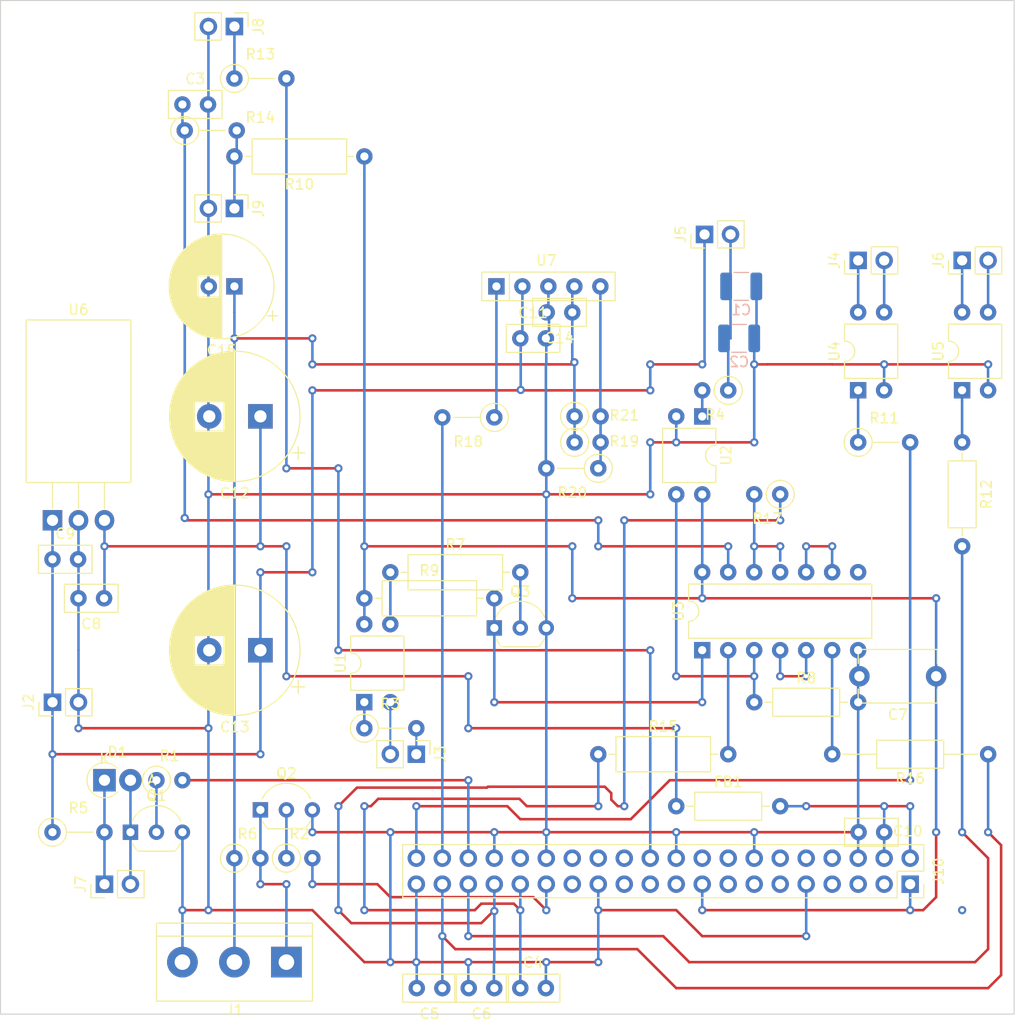
<source format=kicad_pcb>
(kicad_pcb (version 20211014) (generator pcbnew)
  (title_block (title "doorbot"))
  (layers (0 "F.Cu" signal) (31 "B.Cu" signal) (34 "B.Paste" user) (35 "F.Paste" user) (36 "B.SilkS" user "B.Silkscreen") (37 "F.SilkS" user "F.Silkscreen") (38 "B.Mask" user) (39 "F.Mask" user) (44 "Edge.Cuts" user))
  (net 0 "")
  (net 1 "/servo_out")
  (net 2 "+6V")
  (net 3 "GND")
  (net 4 "Net-(R11-Pad1)")
  (net 5 "/pi_key_out")
  (net 6 "Net-(Q1-Pad2)")
  (net 7 "/pi_buzzer")
  (net 8 "Net-(Q2-Pad2)")
  (net 9 "/pi_servo")
  (net 10 "Net-(R3-Pad1)")
  (net 11 "/siedle_led+")
  (net 12 "/ert_switch_2")
  (net 13 "Net-(R4-Pad2)")
  (net 14 "+7.5V")
  (net 15 "/buzzer_1")
  (net 16 "Net-(R7-Pad1)")
  (net 17 "Net-(Q3-Pad2)")
  (net 18 "Net-(R8-Pad1)")
  (net 19 "+3V3")
  (net 20 "Net-(Q3-Pad1)")
  (net 21 "/ui_button_1")
  (net 22 "Net-(R12-Pad1)")
  (net 23 "/pi_ert_out")
  (net 24 "/ui_led+")
  (net 25 "/pi_ui_led")
  (net 26 "/pi_led_input")
  (net 27 "Net-(R15-Pad2)")
  (net 28 "/pi_ert_input")
  (net 29 "Net-(R16-Pad2)")
  (net 30 "/pi_ui_button_input")
  (net 31 "Net-(R17-Pad2)")
  (net 32 "Net-(R18-Pad1)")
  (net 33 "/pi_6v_en")
  (net 34 "Net-(R19-Pad2)")
  (net 35 "/buzzer_2")
  (net 36 "+5V")
  (net 37 "/siedle_led-")
  (net 38 "/siedle_key_2")
  (net 39 "/siedle_key_1")
  (net 40 "/siedle_ert_2")
  (net 41 "/siedle_ert_1")
  (net 42 "Net-(U3-Pad4)")
  (net 63 "Net-(U3-Pad10)")
  (net 65 "Net-(C3-Pad1)")
  (net 66 "Net-(J10-Pad2)")
  (footprint "Capacitor_THT:C_Disc_D5.0mm_W2.5mm_P2.50mm" (layer "F.Cu") (at 187.96 157.48 180)
    (fp_text reference "C6")
    (fp_text value "100n")
  )
  (footprint "Resistor_THT:R_Axial_DIN0207_L6.3mm_D2.5mm_P5.08mm_Vertical" (layer "F.Cu") (at 175.26 132.08)
    (fp_text reference "R3")
    (fp_text value "47K")
  )
  (footprint "Resistor_THT:R_Axial_DIN0207_L6.3mm_D2.5mm_P10.16mm_Horizontal" (layer "F.Cu") (at 205.74 139.7)
    (fp_text reference "FB1")
    (fp_text value "Bead")
  )
  (footprint "Capacitor_THT:C_Disc_D5.0mm_W2.5mm_P2.50mm" (layer "F.Cu") (at 190.5 93.98)
    (fp_text reference "C11")
    (fp_text value "100n")
  )
  (footprint "Resistor_THT:R_Axial_DIN0207_L6.3mm_D2.5mm_P5.08mm_Vertical" (layer "F.Cu") (at 157.705 73.66)
    (fp_text reference "R14")
    (fp_text value "47K")
  )
  (footprint "Capacitor_THT:C_Disc_D5.0mm_W2.5mm_P2.50mm" (layer "F.Cu") (at 195.58 91.44 180)
    (fp_text reference "C14")
    (fp_text value "100n")
  )
  (footprint "Resistor_THT:R_Axial_DIN0207_L6.3mm_D2.5mm_P5.08mm_Vertical" (layer "F.Cu") (at 162.56 68.58)
    (fp_text reference "R13")
    (fp_text value "470")
  )
  (footprint "Resistor_THT:R_Axial_DIN0207_L6.3mm_D2.5mm_P5.08mm_Vertical" (layer "F.Cu") (at 223.52 104.14)
    (fp_text reference "R11")
    (fp_text value "470")
  )
  (footprint "Resistor_THT:R_Axial_DIN0207_L6.3mm_D2.5mm_P2.54mm_Vertical" (layer "F.Cu") (at 154.94 137.16)
    (fp_text reference "R1")
    (fp_text value "470")
  )
  (footprint "Capacitor_THT:C_Disc_D5.0mm_W2.5mm_P2.50mm" (layer "F.Cu") (at 182.88 157.48 180)
    (fp_text reference "C5")
    (fp_text value "100n")
  )
  (footprint "Capacitor_THT:CP_Radial_D10.0mm_P2.50mm" (layer "F.Cu") (at 162.56 88.9 180)
    (fp_text reference "C15")
    (fp_text value "100u")
  )
  (footprint "Resistor_THT:R_Axial_DIN0207_L6.3mm_D2.5mm_P2.54mm_Vertical" (layer "F.Cu") (at 215.9 109.22 180)
    (fp_text reference "R17")
    (fp_text value "1K")
  )
  (footprint "Resistor_THT:R_Axial_DIN0207_L6.3mm_D2.5mm_P2.54mm_Vertical" (layer "F.Cu") (at 167.64 144.78)
    (fp_text reference "R2")
    (fp_text value "4K7")
  )
  (footprint "Capacitor_THT:C_Disc_D7.5mm_W5.0mm_P7.50mm" (layer "F.Cu") (at 231.14 127 180)
    (fp_text reference "C7")
    (fp_text value "100n")
  )
  (footprint "Resistor_THT:R_Axial_DIN0207_L6.3mm_D2.5mm_P10.16mm_Horizontal" (layer "F.Cu") (at 233.68 104.14 -90)
    (fp_text reference "R12")
    (fp_text value "470")
  )
  (footprint "Connector_PinHeader_2.54mm:PinHeader_1x02_P2.54mm_Vertical" (layer "F.Cu") (at 208.505 83.82 90)
    (fp_text reference "J5")
    (fp_text value "ERT SWITCH")
  )
  (footprint "Package_TO_SOT_THT:TO-220-3_Horizontal_TabDown" (layer "F.Cu") (at 144.78 111.76)
    (fp_text reference "U6")
    (fp_text value "L4940")
  )
  (footprint "Capacitor_THT:CP_Radial_D12.5mm_P5.00mm" (layer "F.Cu") (at 165.1 101.6 180)
    (fp_text reference "C12")
    (fp_text value "2200u 10V")
  )
  (footprint "Connector_PinHeader_2.54mm:PinHeader_1x02_P2.54mm_Vertical" (layer "F.Cu") (at 223.52 86.36 90)
    (fp_text reference "J4")
    (fp_text value "SIEDLE KEY")
  )
  (footprint "Connector_PinHeader_2.54mm:PinHeader_1x02_P2.54mm_Vertical" (layer "F.Cu") (at 162.56 63.5 -90)
    (fp_text reference "J8")
    (fp_text value "UI LED")
  )
  (footprint "Connector_PinHeader_2.54mm:PinHeader_1x02_P2.54mm_Vertical" (layer "F.Cu") (at 144.78 129.54 90)
    (fp_text reference "J2")
    (fp_text value "POWER")
  )
  (footprint "Capacitor_THT:C_Disc_D5.0mm_W2.5mm_P2.50mm" (layer "F.Cu") (at 157.48 71.12)
    (fp_text reference "C3")
    (fp_text value "470n")
  )
  (footprint "Package_TO_SOT_THT:TO-92_Inline_Wide" (layer "F.Cu") (at 187.96 122.28)
    (fp_text reference "Q3")
    (fp_text value "BC548")
  )
  (footprint "Resistor_THT:R_Axial_DIN0207_L6.3mm_D2.5mm_P2.54mm_Vertical" (layer "F.Cu") (at 195.805 104.14)
    (fp_text reference "R19")
    (fp_text value "470")
  )
  (footprint "Package_TO_SOT_THT:TO-92_Inline_Wide" (layer "F.Cu") (at 152.4 142.24)
    (fp_text reference "Q1")
    (fp_text value "BC337")
  )
  (footprint "Package_DIP:DIP-14_W7.62mm" (layer "F.Cu") (at 208.275 124.45 90)
    (fp_text reference "U3")
    (fp_text value "74HC14")
  )
  (footprint "Capacitor_THT:C_Disc_D5.0mm_W2.5mm_P2.50mm" (layer "F.Cu") (at 144.78 115.57)
    (fp_text reference "C9")
    (fp_text value "100n")
  )
  (footprint "Capacitor_THT:C_Disc_D5.0mm_W2.5mm_P2.50mm" (layer "F.Cu") (at 190.5 157.48)
    (fp_text reference "C4")
    (fp_text value "100n")
  )
  (footprint "Resistor_THT:R_Axial_DIN0309_L9.0mm_D3.2mm_P12.70mm_Horizontal" (layer "F.Cu") (at 175.26 119.38)
    (fp_text reference "R9")
    (fp_text value "10K")
  )
  (footprint "Resistor_THT:R_Axial_DIN0309_L9.0mm_D3.2mm_P12.70mm_Horizontal" (layer "F.Cu") (at 175.26 76.2 180)
    (fp_text reference "R10")
    (fp_text value "47K")
  )
  (footprint "Package_DIP:DIP-4_W7.62mm" (layer "F.Cu") (at 208.28 101.61 -90)
    (fp_text reference "U2")
    (fp_text value "PC817")
  )
  (footprint "Package_DIP:DIP-4_W7.62mm" (layer "F.Cu") (at 175.255 129.53 90)
    (fp_text reference "U1")
    (fp_text value "PC817")
  )
  (footprint "Resistor_THT:R_Array_SIP5" (layer "F.Cu") (at 188.165 88.9)
    (fp_text reference "U7")
    (fp_text value "MIC29302WT")
  )
  (footprint "Package_TO_SOT_THT:TO-92_Inline_Wide" (layer "F.Cu") (at 165.1 140.06)
    (fp_text reference "Q2")
    (fp_text value "BC548")
  )
  (footprint "Connector_PinHeader_2.54mm:PinHeader_1x02_P2.54mm_Vertical" (layer "F.Cu") (at 180.34 134.62 -90)
    (fp_text reference "J3")
    (fp_text value "SIEDLE LED")
  )
  (footprint "Connector_PinSocket_2.54mm:PinSocket_2x20_P2.54mm_Vertical" (layer "F.Cu") (at 228.6 147.32 -90)
    (fp_text reference "J10")
    (fp_text value "Raspberry_Pi_2_3")
  )
  (footprint "Resistor_THT:R_Axial_DIN0207_L6.3mm_D2.5mm_P2.54mm_Vertical" (layer "F.Cu") (at 210.82 99.06 180)
    (fp_text reference "R4")
    (fp_text value "220")
  )
  (footprint "Resistor_THT:R_Axial_DIN0207_L6.3mm_D2.5mm_P15.24mm_Horizontal" (layer "F.Cu") (at 236.22 134.62 180)
    (fp_text reference "R16")
    (fp_text value "1K")
  )
  (footprint "Capacitor_THT:C_Disc_D5.0mm_W2.5mm_P2.50mm" (layer "F.Cu") (at 149.82 119.38 180)
    (fp_text reference "C8")
    (fp_text value "100n")
  )
  (footprint "Resistor_THT:R_Axial_DIN0207_L6.3mm_D2.5mm_P5.08mm_Vertical" (layer "F.Cu") (at 187.96 101.7025 180)
    (fp_text reference "R18")
    (fp_text value "1K")
  )
  (footprint "Resistor_THT:R_Axial_DIN0207_L6.3mm_D2.5mm_P5.08mm_Vertical" (layer "F.Cu") (at 198.12 106.68 180)
    (fp_text reference "R20")
    (fp_text value "100")
  )
  (footprint "Connector_PinHeader_2.54mm:PinHeader_1x02_P2.54mm_Vertical" (layer "F.Cu") (at 233.68 86.36 90)
    (fp_text reference "J6")
    (fp_text value "ERT SIEDLE")
  )
  (footprint "Resistor_THT:R_Axial_DIN0207_L6.3mm_D2.5mm_P2.54mm_Vertical" (layer "F.Cu") (at 195.805 101.6)
    (fp_text reference "R21")
    (fp_text value "4K7")
  )
  (footprint "Resistor_THT:R_Axial_DIN0207_L6.3mm_D2.5mm_P5.08mm_Vertical" (layer "F.Cu") (at 144.78 142.24)
    (fp_text reference "R5")
    (fp_text value "47R")
  )
  (footprint "TerminalBlock:TerminalBlock_bornier-3_P5.08mm" (layer "F.Cu") (at 167.64 154.94 180)
    (fp_text reference "J1")
    (fp_text value "SERVO")
  )
  (footprint "Capacitor_THT:CP_Radial_D12.5mm_P5.00mm" (layer "F.Cu") (at 165.1 124.46 180)
    (fp_text reference "C13")
    (fp_text value "1000u 16V")
  )
  (footprint "Resistor_THT:R_Axial_DIN0309_L9.0mm_D3.2mm_P12.70mm_Horizontal" (layer "F.Cu") (at 198.12 134.62)
    (fp_text reference "R15")
    (fp_text value "1K")
  )
  (footprint "Resistor_THT:R_Axial_DIN0207_L6.3mm_D2.5mm_P10.16mm_Horizontal" (layer "F.Cu") (at 213.36 129.54)
    (fp_text reference "R8")
    (fp_text value "1K")
  )
  (footprint "Resistor_THT:R_Axial_DIN0207_L6.3mm_D2.5mm_P2.54mm_Vertical" (layer "F.Cu") (at 162.56 144.78)
    (fp_text reference "R6")
    (fp_text value "10K")
  )
  (footprint "Package_DIP:DIP-4_W7.62mm" (layer "F.Cu") (at 233.675 99.05 90)
    (fp_text reference "U5")
    (fp_text value "EPR211A064")
  )
  (footprint "Resistor_THT:R_Axial_DIN0309_L9.0mm_D3.2mm_P12.70mm_Horizontal" (layer "F.Cu") (at 177.8 116.84)
    (fp_text reference "R7")
    (fp_text value "10K")
  )
  (footprint "Capacitor_THT:C_Disc_D5.0mm_W2.5mm_P2.50mm" (layer "F.Cu") (at 226.06 142.24 180)
    (fp_text reference "C10")
    (fp_text value "100n")
  )
  (footprint "Package_DIP:DIP-4_W7.62mm" (layer "F.Cu") (at 223.515 99.05 90)
    (fp_text reference "U4")
    (fp_text value "EPR211A064")
  )
  (footprint "Connector_PinHeader_2.54mm:PinHeader_1x02_P2.54mm_Vertical" (layer "F.Cu") (at 149.86 147.32 90)
    (fp_text reference "J7")
    (fp_text value "BUZZER")
  )
  (footprint "Diode_THT:D_DO-41_SOD81_P2.54mm_Vertical_AnodeUp" (layer "F.Cu") (at 149.86 137.16)
    (fp_text reference "D1")
    (fp_text value "1N4001")
  )
  (footprint "Connector_PinHeader_2.54mm:PinHeader_1x02_P2.54mm_Vertical" (layer "F.Cu") (at 162.56 81.28 -90)
    (fp_text reference "J9")
    (fp_text value "UI BUTTON")
  )
  (footprint "Capacitor_SMD:C_1210_3225Metric" (layer "B.Cu") (at 211.885 93.98)
    (fp_text reference "C2")
    (fp_text value "22u")
  )
  (footprint "Capacitor_SMD:C_1210_3225Metric" (layer "B.Cu") (at 212.09 88.9)
    (fp_text reference "C1")
    (fp_text value "22u")
  )
  (gr_line (start 238.76 160.02) (end 139.7 160.02) (layer "Edge.Cuts") (width 0.1))
  (gr_line (start 139.7 60.96) (end 139.7 67.31) (layer "Edge.Cuts") (width 0.1))
  (gr_line (start 238.76 60.96) (end 238.76 67.31) (layer "Edge.Cuts") (width 0.1))
  (gr_line (start 139.7 60.96) (end 238.76 60.96) (layer "Edge.Cuts") (width 0.1))
  (gr_line (start 238.76 67.31) (end 238.76 160.02) (layer "Edge.Cuts") (width 0.1))
  (gr_line (start 139.7 160.02) (end 139.7 67.31) (layer "Edge.Cuts") (width 0.1))
  (via (at 233.68 149.86) (size 0.8) (drill 0.4) (layers "F.Cu" "B.Cu") (net 0))
  (segment (start 165.1 147.32) (end 167.64 147.32) (width 0.25) (layer "F.Cu") (net 1))
  (via (at 167.64 147.32) (size 0.8) (drill 0.4) (layers "F.Cu" "B.Cu") (net 1))
  (via (at 165.1 147.32) (size 0.8) (drill 0.4) (layers "F.Cu" "B.Cu") (net 1))
  (segment (start 165.1 140.06) (end 165.1 144.78) (width 0.25) (layer "B.Cu") (net 1))
  (segment (start 165.1 144.78) (end 165.1 147.32) (width 0.25) (layer "B.Cu") (net 1))
  (segment (start 167.64 147.32) (end 167.64 154.94) (width 0.25) (layer "B.Cu") (net 1))
  (segment (start 195.58 96.52) (end 195.785 96.315) (width 0.25) (layer "F.Cu") (net 2))
  (segment (start 170.18 96.52) (end 195.58 96.52) (width 0.25) (layer "F.Cu") (net 2))
  (segment (start 162.56 93.98) (end 170.18 93.98) (width 0.25) (layer "F.Cu") (net 2))
  (via (at 170.18 93.98) (size 0.8) (drill 0.4) (layers "F.Cu" "B.Cu") (net 2))
  (via (at 162.56 93.98) (size 0.8) (drill 0.4) (layers "F.Cu" "B.Cu") (net 2))
  (via (at 195.785 96.315) (size 0.8) (drill 0.4) (layers "F.Cu" "B.Cu") (net 2))
  (via (at 170.18 96.52) (size 0.8) (drill 0.4) (layers "F.Cu" "B.Cu") (net 2))
  (segment (start 195.785 101.6825) (end 195.805 101.7025) (width 0.25) (layer "B.Cu") (net 2))
  (segment (start 195.785 96.315) (end 195.785 101.6825) (width 0.25) (layer "B.Cu") (net 2))
  (segment (start 162.56 91.44) (end 162.56 144.78) (width 0.25) (layer "B.Cu") (net 2))
  (segment (start 170.18 93.98) (end 170.18 96.52) (width 0.25) (layer "B.Cu") (net 2))
  (segment (start 195.58 96.11) (end 195.58 91.44) (width 0.25) (layer "B.Cu") (net 2))
  (segment (start 195.785 96.315) (end 195.58 96.11) (width 0.25) (layer "B.Cu") (net 2))
  (segment (start 162.56 144.78) (end 162.56 154.94) (width 0.25) (layer "B.Cu") (net 2))
  (segment (start 195.805 101.7025) (end 195.805 104.2425) (width 0.25) (layer "B.Cu") (net 2))
  (segment (start 195.58 91.44) (end 195.58 89.105) (width 0.25) (layer "B.Cu") (net 2))
  (segment (start 162.56 88.9) (end 162.56 91.44) (width 0.25) (layer "B.Cu") (net 2))
  (segment (start 195.58 89.105) (end 195.785 88.9) (width 0.25) (layer "B.Cu") (net 2))
  (segment (start 203.2 104.14) (end 205.74 104.14) (width 0.25) (layer "F.Cu") (net 3))
  (segment (start 205.74 149.86) (end 208.28 152.4) (width 0.25) (layer "F.Cu") (net 3))
  (segment (start 198.12 149.86) (end 205.74 149.86) (width 0.25) (layer "F.Cu") (net 3))
  (segment (start 208.28 152.4) (end 218.44 152.4) (width 0.25) (layer "F.Cu") (net 3))
  (segment (start 175.26 154.94) (end 177.8 154.94) (width 0.25) (layer "F.Cu") (net 3))
  (segment (start 193.04 154.94) (end 185.42 154.94) (width 0.25) (layer "F.Cu") (net 3))
  (segment (start 193.04 109.22) (end 203.2 109.22) (width 0.25) (layer "F.Cu") (net 3))
  (segment (start 193.04 142.24) (end 205.74 142.24) (width 0.25) (layer "F.Cu") (net 3))
  (segment (start 220.98 96.52) (end 236.22 96.52) (width 0.25) (layer "F.Cu") (net 3))
  (segment (start 185.42 154.94) (end 180.34 154.94) (width 0.25) (layer "F.Cu") (net 3))
  (segment (start 147.32 132.08) (end 160.02 132.08) (width 0.25) (layer "F.Cu") (net 3))
  (segment (start 187.96 142.24) (end 170.18 142.24) (width 0.25) (layer "F.Cu") (net 3))
  (segment (start 193.04 109.22) (end 160.02 109.22) (width 0.25) (layer "F.Cu") (net 3))
  (segment (start 213.36 142.24) (end 223.52 142.24) (width 0.25) (layer "F.Cu") (net 3))
  (segment (start 198.12 154.94) (end 193.04 154.94) (width 0.25) (layer "F.Cu") (net 3))
  (segment (start 160.02 149.86) (end 157.48 149.86) (width 0.25) (layer "F.Cu") (net 3))
  (segment (start 220.975 96.515) (end 214.635 96.515) (width 0.25) (layer "F.Cu") (net 3))
  (segment (start 205.74 142.24) (end 213.36 142.24) (width 0.25) (layer "F.Cu") (net 3))
  (segment (start 160.02 149.86) (end 170.18 149.86) (width 0.25) (layer "F.Cu") (net 3))
  (segment (start 213.36 104.14) (end 205.74 104.14) (width 0.25) (layer "F.Cu") (net 3))
  (segment (start 214.63 96.52) (end 213.36 96.52) (width 0.25) (layer "F.Cu") (net 3))
  (segment (start 187.96 142.24) (end 193.04 142.24) (width 0.25) (layer "F.Cu") (net 3))
  (segment (start 170.18 149.86) (end 175.26 154.94) (width 0.25) (layer "F.Cu") (net 3))
  (segment (start 214.635 96.515) (end 214.63 96.52) (width 0.25) (layer "F.Cu") (net 3))
  (segment (start 220.975 96.515) (end 220.98 96.52) (width 0.25) (layer "F.Cu") (net 3))
  (segment (start 180.34 154.94) (end 177.8 154.94) (width 0.25) (layer "F.Cu") (net 3))
  (via (at 187.96 142.24) (size 0.8) (drill 0.4) (layers "F.Cu" "B.Cu") (net 3))
  (via (at 198.12 149.86) (size 0.8) (drill 0.4) (layers "F.Cu" "B.Cu") (net 3))
  (via (at 180.34 154.94) (size 0.8) (drill 0.4) (layers "F.Cu" "B.Cu") (net 3))
  (via (at 203.2 109.22) (size 0.8) (drill 0.4) (layers "F.Cu" "B.Cu") (net 3))
  (via (at 226.06 96.52) (size 0.8) (drill 0.4) (layers "F.Cu" "B.Cu") (net 3))
  (via (at 193.04 142.24) (size 0.8) (drill 0.4) (layers "F.Cu" "B.Cu") (net 3))
  (via (at 205.74 142.24) (size 0.8) (drill 0.4) (layers "F.Cu" "B.Cu") (net 3))
  (via (at 177.8 142.24) (size 0.8) (drill 0.4) (layers "F.Cu" "B.Cu") (net 3))
  (via (at 205.74 104.14) (size 0.8) (drill 0.4) (layers "F.Cu" "B.Cu") (net 3))
  (via (at 193.04 154.94) (size 0.8) (drill 0.4) (layers "F.Cu" "B.Cu") (net 3))
  (via (at 198.12 154.94) (size 0.8) (drill 0.4) (layers "F.Cu" "B.Cu") (net 3))
  (via (at 185.42 154.94) (size 0.8) (drill 0.4) (layers "F.Cu" "B.Cu") (net 3))
  (via (at 157.48 149.86) (size 0.8) (drill 0.4) (layers "F.Cu" "B.Cu") (net 3))
  (via (at 213.36 142.24) (size 0.8) (drill 0.4) (layers "F.Cu" "B.Cu") (net 3))
  (via (at 223.52 142.24) (size 0.8) (drill 0.4) (layers "F.Cu" "B.Cu") (net 3))
  (via (at 236.22 96.52) (size 0.8) (drill 0.4) (layers "F.Cu" "B.Cu") (net 3))
  (via (at 160.02 132.08) (size 0.8) (drill 0.4) (layers "F.Cu" "B.Cu") (net 3))
  (via (at 160.02 149.86) (size 0.8) (drill 0.4) (layers "F.Cu" "B.Cu") (net 3))
  (via (at 170.18 142.24) (size 0.8) (drill 0.4) (layers "F.Cu" "B.Cu") (net 3))
  (via (at 147.32 132.08) (size 0.8) (drill 0.4) (layers "F.Cu" "B.Cu") (net 3))
  (via (at 218.44 152.4) (size 0.8) (drill 0.4) (layers "F.Cu" "B.Cu") (net 3))
  (via (at 193.04 109.22) (size 0.8) (drill 0.4) (layers "F.Cu" "B.Cu") (net 3))
  (via (at 160.02 109.22) (size 0.8) (drill 0.4) (layers "F.Cu" "B.Cu") (net 3))
  (via (at 213.36 104.14) (size 0.8) (drill 0.4) (layers "F.Cu" "B.Cu") (net 3))
  (via (at 177.8 154.94) (size 0.8) (drill 0.4) (layers "F.Cu" "B.Cu") (net 3))
  (via (at 203.2 104.14) (size 0.8) (drill 0.4) (layers "F.Cu" "B.Cu") (net 3))
  (via (at 213.36 96.52) (size 0.8) (drill 0.4) (layers "F.Cu" "B.Cu") (net 3))
  (segment (start 193 106.64) (end 193.04 106.68) (width 0.25) (layer "B.Cu") (net 3))
  (segment (start 160.02 132.08) (end 160.02 149.86) (width 0.25) (layer "B.Cu") (net 3))
  (segment (start 193.305 93.715) (end 193.04 93.98) (width 0.25) (layer "B.Cu") (net 3))
  (segment (start 218.44 147.32) (end 218.44 152.4) (width 0.25) (layer "B.Cu") (net 3))
  (segment (start 147.32 124.46) (end 147.32 132.08) (width 0.25) (layer "B.Cu") (net 3))
  (segment (start 223.515 124.45) (end 223.515 129.535) (width 0.25) (layer "B.Cu") (net 3))
  (segment (start 223.52 129.54) (end 223.52 144.78) (width 0.25) (layer "B.Cu") (net 3))
  (segment (start 180.34 154.94) (end 180.38 154.98) (width 0.25) (layer "B.Cu") (net 3))
  (segment (start 160.02 63.5) (end 160.02 132.08) (width 0.25) (layer "B.Cu") (net 3))
  (segment (start 187.96 144.78) (end 187.96 142.24) (width 0.25) (layer "B.Cu") (net 3))
  (segment (start 193.305 91.44) (end 193.305 93.715) (width 0.25) (layer "B.Cu") (net 3))
  (segment (start 205.74 101.61) (end 205.74 104.14) (width 0.25) (layer "B.Cu") (net 3))
  (segment (start 180.34 154.94) (end 180.34 147.32) (width 0.25) (layer "B.Cu") (net 3))
  (segment (start 198.12 147.32) (end 198.12 149.86) (width 0.25) (layer "B.Cu") (net 3))
  (segment (start 185.42 157.48) (end 185.42 154.94) (width 0.25) (layer "B.Cu") (net 3))
  (segment (start 213.36 93.98) (end 213.585 93.98) (width 0.25) (layer "B.Cu") (net 3))
  (segment (start 193.04 144.78) (end 193.04 142.24) (width 0.25) (layer "B.Cu") (net 3))
  (segment (start 203.2 109.22) (end 203.2 104.14) (width 0.25) (layer "B.Cu") (net 3))
  (segment (start 193.04 93.98) (end 193.04 96.52) (width 0.25) (layer "B.Cu") (net 3))
  (segment (start 177.8 142.24) (end 177.8 149.86) (width 0.25) (layer "B.Cu") (net 3))
  (segment (start 193 96.52) (end 193 106.64) (width 0.25) (layer "B.Cu") (net 3))
  (segment (start 157.48 149.86) (end 157.48 154.94) (width 0.25) (layer "B.Cu") (net 3))
  (segment (start 180.38 154.98) (end 180.38 157.48) (width 0.25) (layer "B.Cu") (net 3))
  (segment (start 193.245 91.38) (end 193.305 91.44) (width 0.25) (layer "B.Cu") (net 3))
  (segment (start 213.585 93.98) (end 213.585 90.17) (width 0.25) (layer "B.Cu") (net 3))
  (segment (start 226.055 99.05) (end 226.055 96.525) (width 0.25) (layer "B.Cu") (net 3))
  (segment (start 236.215 96.525) (end 236.22 96.52) (width 0.25) (layer "B.Cu") (net 3))
  (segment (start 193.245 88.9) (end 193.245 91.38) (width 0.25) (layer "B.Cu") (net 3))
  (segment (start 193.04 106.68) (end 193.04 122.28) (width 0.25) (layer "B.Cu") (net 3))
  (segment (start 170.18 142.24) (end 170.18 140.06) (width 0.25) (layer "B.Cu") (net 3))
  (segment (start 226.055 96.525) (end 226.06 96.52) (width 0.25) (layer "B.Cu") (net 3))
  (segment (start 193.04 96.52) (end 193 96.52) (width 0.25) (layer "B.Cu") (net 3))
  (segment (start 198.12 154.94) (end 198.12 149.86) (width 0.25) (layer "B.Cu") (net 3))
  (segment (start 157.48 142.24) (end 157.48 149.86) (width 0.25) (layer "B.Cu") (net 3))
  (segment (start 193.04 122.28) (end 193.04 142.24) (width 0.25) (layer "B.Cu") (net 3))
  (segment (start 147.32 111.76) (end 147.32 124.46) (width 0.25) (layer "B.Cu") (net 3))
  (segment (start 193 154.98) (end 193.04 154.94) (width 0.25) (layer "B.Cu") (net 3))
  (segment (start 213.36 104.14) (end 213.36 93.98) (width 0.25) (layer "B.Cu") (net 3))
  (segment (start 193 157.48) (end 193 154.98) (width 0.25) (layer "B.Cu") (net 3))
  (segment (start 205.74 144.78) (end 205.74 142.24) (width 0.25) (layer "B.Cu") (net 3))
  (segment (start 236.215 99.05) (end 236.215 96.525) (width 0.25) (layer "B.Cu") (net 3))
  (segment (start 213.36 144.78) (end 213.36 142.24) (width 0.25) (layer "B.Cu") (net 3))
  (segment (start 177.8 149.86) (end 177.8 154.94) (width 0.25) (layer "B.Cu") (net 3))
  (segment (start 223.515 129.535) (end 223.52 129.54) (width 0.25) (layer "B.Cu") (net 3))
  (segment (start 223.515 99.05) (end 223.515 104.135) (width 0.25) (layer "B.Cu") (net 4))
  (segment (start 223.515 104.135) (end 223.52 104.14) (width 0.25) (layer "B.Cu") (net 4))
  (segment (start 189.23 139.7) (end 180.34 139.7) (width 0.25) (layer "F.Cu") (net 5))
  (segment (start 205.105 137.16) (end 201.295 140.97) (width 0.25) (layer "F.Cu") (net 5))
  (segment (start 201.295 140.97) (end 190.5 140.97) (width 0.25) (layer "F.Cu") (net 5))
  (segment (start 228.6 137.16) (end 205.105 137.16) (width 0.25) (layer "F.Cu") (net 5))
  (segment (start 190.5 140.97) (end 189.23 139.7) (width 0.25) (layer "F.Cu") (net 5))
  (via (at 228.6 137.16) (size 0.8) (drill 0.4) (layers "F.Cu" "B.Cu") (net 5))
  (via (at 180.34 139.7) (size 0.8) (drill 0.4) (layers "F.Cu" "B.Cu") (net 5))
  (segment (start 180.34 144.78) (end 180.34 139.7) (width 0.25) (layer "B.Cu") (net 5))
  (segment (start 228.6 104.14) (end 228.6 137.16) (width 0.25) (layer "B.Cu") (net 5))
  (segment (start 154.94 137.16) (end 154.94 142.24) (width 0.25) (layer "B.Cu") (net 6))
  (segment (start 157.48 137.16) (end 185.42 137.16) (width 0.25) (layer "F.Cu") (net 7))
  (via (at 185.42 137.16) (size 0.8) (drill 0.4) (layers "F.Cu" "B.Cu") (net 7))
  (segment (start 185.42 137.16) (end 185.42 144.78) (width 0.25) (layer "B.Cu") (net 7))
  (segment (start 167.64 140.06) (end 167.64 144.78) (width 0.25) (layer "B.Cu") (net 8))
  (segment (start 177.8 148.59) (end 191.77 148.59) (width 0.25) (layer "F.Cu") (net 9))
  (segment (start 170.18 147.32) (end 176.53 147.32) (width 0.25) (layer "F.Cu") (net 9))
  (segment (start 191.77 148.59) (end 193.04 149.86) (width 0.25) (layer "F.Cu") (net 9))
  (segment (start 176.53 147.32) (end 177.8 148.59) (width 0.25) (layer "F.Cu") (net 9))
  (via (at 193.04 149.86) (size 0.8) (drill 0.4) (layers "F.Cu" "B.Cu") (net 9))
  (via (at 170.18 147.32) (size 0.8) (drill 0.4) (layers "F.Cu" "B.Cu") (net 9))
  (segment (start 193.04 147.32) (end 193.04 149.86) (width 0.25) (layer "B.Cu") (net 9))
  (segment (start 170.18 144.78) (end 170.18 147.32) (width 0.25) (layer "B.Cu") (net 9))
  (segment (start 175.255 132.075) (end 175.26 132.08) (width 0.25) (layer "B.Cu") (net 10))
  (segment (start 175.255 129.53) (end 175.255 132.075) (width 0.25) (layer "B.Cu") (net 10))
  (segment (start 180.34 132.08) (end 180.34 134.62) (width 0.2) (layer "B.Cu") (net 11))
  (segment (start 211.045 93.98) (end 210.84 93.98) (width 0.25) (layer "B.Cu") (net 12))
  (segment (start 210.84 93.98) (end 210.82 94) (width 0.25) (layer "B.Cu") (net 12))
  (segment (start 210.82 94) (end 210.82 99.06) (width 0.25) (layer "B.Cu") (net 12))
  (segment (start 211.045 90.17) (end 211.045 93.98) (width 0.25) (layer "B.Cu") (net 12))
  (segment (start 211.045 83.82) (end 211.045 90.17) (width 0.25) (layer "B.Cu") (net 12))
  (segment (start 208.28 99.06) (end 208.28 101.61) (width 0.25) (layer "B.Cu") (net 13))
  (segment (start 165.1 116.84) (end 170.18 116.84) (width 0.25) (layer "F.Cu") (net 14))
  (segment (start 170.18 99.06) (end 190.5 99.06) (width 0.25) (layer "F.Cu") (net 14))
  (segment (start 190.58 99.06) (end 203.2 99.06) (width 0.25) (layer "F.Cu") (net 14))
  (segment (start 190.54 99.02) (end 190.58 99.06) (width 0.25) (layer "F.Cu") (net 14))
  (segment (start 190.5 99.06) (end 190.54 99.02) (width 0.25) (layer "F.Cu") (net 14))
  (segment (start 203.2 96.52) (end 208.28 96.52) (width 0.25) (layer "F.Cu") (net 14))
  (segment (start 144.78 134.62) (end 165.1 134.62) (width 0.25) (layer "F.Cu") (net 14))
  (via (at 203.2 99.06) (size 0.8) (drill 0.4) (layers "F.Cu" "B.Cu") (net 14))
  (via (at 165.1 116.84) (size 0.8) (drill 0.4) (layers "F.Cu" "B.Cu") (net 14))
  (via (at 144.78 134.62) (size 0.8) (drill 0.4) (layers "F.Cu" "B.Cu") (net 14))
  (via (at 190.54 99.02) (size 0.8) (drill 0.4) (layers "F.Cu" "B.Cu") (net 14))
  (via (at 165.1 134.62) (size 0.8) (drill 0.4) (layers "F.Cu" "B.Cu") (net 14))
  (via (at 170.18 99.06) (size 0.8) (drill 0.4) (layers "F.Cu" "B.Cu") (net 14))
  (via (at 208.28 96.52) (size 0.8) (drill 0.4) (layers "F.Cu" "B.Cu") (net 14))
  (via (at 170.18 116.84) (size 0.8) (drill 0.4) (layers "F.Cu" "B.Cu") (net 14))
  (via (at 203.2 96.52) (size 0.8) (drill 0.4) (layers "F.Cu" "B.Cu") (net 14))
  (segment (start 170.18 116.84) (end 170.18 99.06) (width 0.25) (layer "B.Cu") (net 14))
  (segment (start 190.705 93.815) (end 190.54 93.98) (width 0.25) (layer "B.Cu") (net 14))
  (segment (start 190.705 88.9) (end 190.705 93.815) (width 0.25) (layer "B.Cu") (net 14))
  (segment (start 165.1 134.62) (end 165.1 124.46) (width 0.25) (layer "B.Cu") (net 14))
  (segment (start 190.54 93.98) (end 190.54 99.02) (width 0.25) (layer "B.Cu") (net 14))
  (segment (start 144.78 129.54) (end 144.78 142.24) (width 0.25) (layer "B.Cu") (net 14))
  (segment (start 165.1 124.46) (end 165.1 116.84) (width 0.25) (layer "B.Cu") (net 14))
  (segment (start 203.2 99.06) (end 203.2 96.52) (width 0.25) (layer "B.Cu") (net 14))
  (segment (start 208.505 96.295) (end 208.28 96.52) (width 0.25) (layer "B.Cu") (net 14))
  (segment (start 144.78 111.76) (end 144.78 116.84) (width 0.25) (layer "B.Cu") (net 14))
  (segment (start 208.505 83.82) (end 208.505 96.295) (width 0.25) (layer "B.Cu") (net 14))
  (segment (start 144.78 116.84) (end 144.78 129.54) (width 0.25) (layer "B.Cu") (net 14))
  (segment (start 149.86 142.24) (end 149.86 147.32) (width 0.25) (layer "B.Cu") (net 15))
  (segment (start 149.86 137.16) (end 149.86 142.24) (width 0.25) (layer "B.Cu") (net 15))
  (segment (start 177.8 121.905) (end 177.795 121.91) (width 0.25) (layer "B.Cu") (net 16))
  (segment (start 177.8 116.84) (end 177.8 121.905) (width 0.25) (layer "B.Cu") (net 16))
  (segment (start 190.5 122.28) (end 190.5 116.84) (width 0.25) (layer "B.Cu") (net 17))
  (segment (start 213.36 127) (end 213.355 126.995) (width 0.25) (layer "F.Cu") (net 18))
  (segment (start 205.74 127) (end 213.36 127) (width 0.25) (layer "F.Cu") (net 18))
  (via (at 205.74 127) (size 0.8) (drill 0.4) (layers "F.Cu" "B.Cu") (net 18))
  (via (at 213.355 126.995) (size 0.8) (drill 0.4) (layers "F.Cu" "B.Cu") (net 18))
  (segment (start 213.355 126.995) (end 213.355 129.535) (width 0.25) (layer "B.Cu") (net 18))
  (segment (start 213.355 129.535) (end 213.36 129.54) (width 0.25) (layer "B.Cu") (net 18))
  (segment (start 213.355 124.45) (end 213.355 126.995) (width 0.25) (layer "B.Cu") (net 18))
  (segment (start 205.74 109.23) (end 205.74 127) (width 0.25) (layer "B.Cu") (net 18))
  (segment (start 175.26 114.3) (end 195.58 114.3) (width 0.25) (layer "F.Cu") (net 19))
  (segment (start 231.14 119.38) (end 208.28 119.38) (width 0.25) (layer "F.Cu") (net 19))
  (segment (start 229.87 149.86) (end 228.6 149.86) (width 0.25) (layer "F.Cu") (net 19))
  (segment (start 195.58 119.38) (end 208.28 119.38) (width 0.25) (layer "F.Cu") (net 19))
  (segment (start 231.14 142.24) (end 231.14 148.59) (width 0.25) (layer "F.Cu") (net 19))
  (segment (start 231.14 148.59) (end 229.87 149.86) (width 0.25) (layer "F.Cu") (net 19))
  (segment (start 208.28 149.86) (end 228.6 149.86) (width 0.25) (layer "F.Cu") (net 19))
  (via (at 195.58 114.3) (size 0.8) (drill 0.4) (layers "F.Cu" "B.Cu") (net 19))
  (via (at 231.14 119.38) (size 0.8) (drill 0.4) (layers "F.Cu" "B.Cu") (net 19))
  (via (at 231.14 142.24) (size 0.8) (drill 0.4) (layers "F.Cu" "B.Cu") (net 19))
  (via (at 208.28 149.86) (size 0.8) (drill 0.4) (layers "F.Cu" "B.Cu") (net 19))
  (via (at 228.6 149.86) (size 0.8) (drill 0.4) (layers "F.Cu" "B.Cu") (net 19))
  (via (at 175.26 114.3) (size 0.8) (drill 0.4) (layers "F.Cu" "B.Cu") (net 19))
  (via (at 208.28 119.38) (size 0.8) (drill 0.4) (layers "F.Cu" "B.Cu") (net 19))
  (via (at 195.58 119.38) (size 0.8) (drill 0.4) (layers "F.Cu" "B.Cu") (net 19))
  (segment (start 175.26 76.2) (end 175.26 119.38) (width 0.25) (layer "B.Cu") (net 19))
  (segment (start 228.6 147.32) (end 228.6 149.86) (width 0.25) (layer "B.Cu") (net 19))
  (segment (start 208.28 119.38) (end 208.275 119.375) (width 0.25) (layer "B.Cu") (net 19))
  (segment (start 195.58 114.3) (end 195.58 119.38) (width 0.25) (layer "B.Cu") (net 19))
  (segment (start 208.275 119.375) (end 208.275 116.83) (width 0.25) (layer "B.Cu") (net 19))
  (segment (start 208.28 116.825) (end 208.275 116.83) (width 0.25) (layer "B.Cu") (net 19))
  (segment (start 175.26 119.38) (end 175.26 121.905) (width 0.25) (layer "B.Cu") (net 19))
  (segment (start 175.26 121.905) (end 175.255 121.91) (width 0.25) (layer "B.Cu") (net 19))
  (segment (start 208.28 109.23) (end 208.28 116.825) (width 0.25) (layer "B.Cu") (net 19))
  (segment (start 231.14 119.38) (end 231.14 142.24) (width 0.25) (layer "B.Cu") (net 19))
  (segment (start 208.28 147.32) (end 208.28 149.86) (width 0.25) (layer "B.Cu") (net 19))
  (segment (start 208.275 129.535) (end 208.27 129.54) (width 0.25) (layer "F.Cu") (net 20))
  (segment (start 208.27 129.54) (end 187.96 129.54) (width 0.25) (layer "F.Cu") (net 20))
  (via (at 187.96 129.54) (size 0.8) (drill 0.4) (layers "F.Cu" "B.Cu") (net 20))
  (via (at 208.275 129.535) (size 0.8) (drill 0.4) (layers "F.Cu" "B.Cu") (net 20))
  (segment (start 187.96 122.28) (end 187.96 119.38) (width 0.25) (layer "B.Cu") (net 20))
  (segment (start 208.275 124.45) (end 208.275 129.535) (width 0.25) (layer "B.Cu") (net 20))
  (segment (start 187.96 129.54) (end 187.96 122.28) (width 0.25) (layer "B.Cu") (net 20))
  (segment (start 162.56 81.28) (end 162.56 76.2) (width 0.25) (layer "B.Cu") (net 21))
  (segment (start 162.785 73.66) (end 162.785 75.975) (width 0.25) (layer "B.Cu") (net 21))
  (segment (start 162.785 75.975) (end 162.56 76.2) (width 0.25) (layer "B.Cu") (net 21))
  (segment (start 233.675 99.05) (end 233.675 104.135) (width 0.25) (layer "B.Cu") (net 22))
  (segment (start 233.675 104.135) (end 233.68 104.14) (width 0.25) (layer "B.Cu") (net 22))
  (segment (start 204.47 152.4) (end 185.42 152.4) (width 0.25) (layer "F.Cu") (net 23))
  (segment (start 234.95 154.94) (end 207.01 154.94) (width 0.25) (layer "F.Cu") (net 23))
  (segment (start 233.68 142.24) (end 236.22 144.78) (width 0.25) (layer "F.Cu") (net 23))
  (segment (start 236.22 144.78) (end 236.22 153.67) (width 0.25) (layer "F.Cu") (net 23))
  (segment (start 236.22 153.67) (end 234.95 154.94) (width 0.25) (layer "F.Cu") (net 23))
  (segment (start 207.01 154.94) (end 204.47 152.4) (width 0.25) (layer "F.Cu") (net 23))
  (via (at 233.68 142.24) (size 0.8) (drill 0.4) (layers "F.Cu" "B.Cu") (net 23))
  (via (at 185.42 152.4) (size 0.8) (drill 0.4) (layers "F.Cu" "B.Cu") (net 23))
  (segment (start 185.42 152.4) (end 185.42 147.32) (width 0.25) (layer "B.Cu") (net 23))
  (segment (start 233.68 114.3) (end 233.68 142.24) (width 0.25) (layer "B.Cu") (net 23))
  (segment (start 162.56 63.5) (end 162.56 68.58) (width 0.25) (layer "B.Cu") (net 24))
  (segment (start 172.72 106.68) (end 167.64 106.68) (width 0.25) (layer "F.Cu") (net 25))
  (segment (start 172.72 124.46) (end 203.2 124.46) (width 0.25) (layer "F.Cu") (net 25))
  (via (at 172.72 124.46) (size 0.8) (drill 0.4) (layers "F.Cu" "B.Cu") (net 25))
  (via (at 172.72 106.68) (size 0.8) (drill 0.4) (layers "F.Cu" "B.Cu") (net 25))
  (via (at 167.64 106.68) (size 0.8) (drill 0.4) (layers "F.Cu" "B.Cu") (net 25))
  (via (at 203.2 124.46) (size 0.8) (drill 0.4) (layers "F.Cu" "B.Cu") (net 25))
  (segment (start 167.64 106.68) (end 167.64 68.58) (width 0.25) (layer "B.Cu") (net 25))
  (segment (start 203.2 144.78) (end 203.2 124.46) (width 0.25) (layer "B.Cu") (net 25))
  (segment (start 172.72 106.68) (end 172.72 124.46) (width 0.25) (layer "B.Cu") (net 25))
  (segment (start 186.69 149.225) (end 186.055 149.86) (width 0.25) (layer "F.Cu") (net 26))
  (segment (start 176.619511 138.975489) (end 175.895 139.7) (width 0.25) (layer "F.Cu") (net 26))
  (segment (start 176.619511 138.975489) (end 180.34 138.975489) (width 0.25) (layer "F.Cu") (net 26))
  (segment (start 189.865 149.225) (end 186.69 149.225) (width 0.25) (layer "F.Cu") (net 26))
  (segment (start 177.889511 138.975489) (end 190.410489 138.975489) (width 0.25) (layer "F.Cu") (net 26))
  (segment (start 175.895 139.7) (end 175.26 139.7) (width 0.25) (layer "F.Cu") (net 26))
  (segment (start 186.055 149.86) (end 175.26 149.86) (width 0.25) (layer "F.Cu") (net 26))
  (segment (start 190.410489 138.975489) (end 191.135 139.7) (width 0.25) (layer "F.Cu") (net 26))
  (segment (start 191.135 139.7) (end 198.12 139.7) (width 0.25) (layer "F.Cu") (net 26))
  (segment (start 190.5 149.86) (end 189.865 149.225) (width 0.25) (layer "F.Cu") (net 26))
  (via (at 190.5 149.86) (size 0.8) (drill 0.4) (layers "F.Cu" "B.Cu") (net 26))
  (via (at 198.12 139.7) (size 0.8) (drill 0.4) (layers "F.Cu" "B.Cu") (net 26))
  (via (at 175.26 139.7) (size 0.8) (drill 0.4) (layers "F.Cu" "B.Cu") (net 26))
  (via (at 175.26 149.86) (size 0.8) (drill 0.4) (layers "F.Cu" "B.Cu") (net 26))
  (segment (start 175.26 139.7) (end 175.26 149.86) (width 0.25) (layer "B.Cu") (net 26))
  (segment (start 190.5 149.86) (end 190.5 157.48) (width 0.25) (layer "B.Cu") (net 26))
  (segment (start 190.5 147.32) (end 190.5 149.86) (width 0.25) (layer "B.Cu") (net 26))
  (segment (start 198.12 134.62) (end 198.12 139.7) (width 0.25) (layer "B.Cu") (net 26))
  (segment (start 210.815 134.615) (end 210.82 134.62) (width 0.25) (layer "B.Cu") (net 27))
  (segment (start 210.815 124.45) (end 210.815 134.615) (width 0.25) (layer "B.Cu") (net 27))
  (segment (start 236.22 142.24) (end 237.49 143.51) (width 0.25) (layer "F.Cu") (net 28))
  (segment (start 236.22 157.48) (end 205.74 157.48) (width 0.25) (layer "F.Cu") (net 28))
  (segment (start 205.74 157.48) (end 201.93 153.67) (width 0.25) (layer "F.Cu") (net 28))
  (segment (start 201.93 153.67) (end 184.15 153.67) (width 0.25) (layer "F.Cu") (net 28))
  (segment (start 237.49 143.51) (end 237.49 156.21) (width 0.25) (layer "F.Cu") (net 28))
  (segment (start 184.15 153.67) (end 182.88 152.4) (width 0.25) (layer "F.Cu") (net 28))
  (segment (start 237.49 156.21) (end 236.22 157.48) (width 0.25) (layer "F.Cu") (net 28))
  (via (at 182.88 152.4) (size 0.8) (drill 0.4) (layers "F.Cu" "B.Cu") (net 28))
  (via (at 236.22 142.24) (size 0.8) (drill 0.4) (layers "F.Cu" "B.Cu") (net 28))
  (segment (start 236.22 134.62) (end 236.22 142.24) (width 0.25) (layer "B.Cu") (net 28))
  (segment (start 182.88 147.32) (end 182.88 157.48) (width 0.25) (layer "B.Cu") (net 28))
  (segment (start 220.975 134.615) (end 220.98 134.62) (width 0.25) (layer "B.Cu") (net 29))
  (segment (start 220.975 124.45) (end 220.975 134.615) (width 0.25) (layer "B.Cu") (net 29))
  (segment (start 200.66 111.76) (end 215.9 111.76) (width 0.25) (layer "F.Cu") (net 30))
  (segment (start 198.755 137.795) (end 187.325 137.795) (width 0.25) (layer "F.Cu") (net 30))
  (segment (start 199.39 138.43) (end 198.755 137.795) (width 0.25) (layer "F.Cu") (net 30))
  (segment (start 186.69 151.13) (end 187.96 149.86) (width 0.25) (layer "F.Cu") (net 30))
  (segment (start 187.325 137.795) (end 187.235489 137.884511) (width 0.25) (layer "F.Cu") (net 30))
  (segment (start 173.99 151.13) (end 186.69 151.13) (width 0.25) (layer "F.Cu") (net 30))
  (segment (start 187.235489 137.884511) (end 174.535489 137.884511) (width 0.25) (layer "F.Cu") (net 30))
  (segment (start 174.535489 137.884511) (end 172.72 139.7) (width 0.25) (layer "F.Cu") (net 30))
  (segment (start 187.96 149.86) (end 187.96 149.9495) (width 0.25) (layer "F.Cu") (net 30))
  (segment (start 199.39 139.065) (end 199.39 138.43) (width 0.25) (layer "F.Cu") (net 30))
  (segment (start 200.66 139.7) (end 200.025 139.7) (width 0.25) (layer "F.Cu") (net 30))
  (segment (start 173.99 151.13) (end 172.72 149.86) (width 0.25) (layer "F.Cu") (net 30))
  (segment (start 200.025 139.7) (end 199.39 139.065) (width 0.25) (layer "F.Cu") (net 30))
  (via (at 200.66 111.76) (size 0.8) (drill 0.4) (layers "F.Cu" "B.Cu") (net 30))
  (via (at 215.9 111.76) (size 0.8) (drill 0.4) (layers "F.Cu" "B.Cu") (net 30))
  (via (at 200.66 139.7) (size 0.8) (drill 0.4) (layers "F.Cu" "B.Cu") (net 30))
  (via (at 172.72 149.86) (size 0.8) (drill 0.4) (layers "F.Cu" "B.Cu") (net 30))
  (via (at 187.96 149.9495) (size 0.8) (drill 0.4) (layers "F.Cu" "B.Cu") (net 30))
  (via (at 172.72 139.7) (size 0.8) (drill 0.4) (layers "F.Cu" "B.Cu") (net 30))
  (segment (start 172.72 139.7) (end 172.72 149.86) (width 0.25) (layer "B.Cu") (net 30))
  (segment (start 187.92 155) (end 187.92 157.48) (width 0.25) (layer "B.Cu") (net 30))
  (segment (start 187.96 154.96) (end 187.92 155) (width 0.25) (layer "B.Cu") (net 30))
  (segment (start 187.96 147.32) (end 187.96 154.96) (width 0.25) (layer "B.Cu") (net 30))
  (segment (start 200.66 111.76) (end 200.66 139.7) (width 0.25) (layer "B.Cu") (net 30))
  (segment (start 215.9 111.76) (end 215.9 109.22) (width 0.25) (layer "B.Cu") (net 30))
  (segment (start 213.36 114.3) (end 215.9 114.3) (width 0.25) (layer "F.Cu") (net 31))
  (via (at 215.9 114.3) (size 0.8) (drill 0.4) (layers "F.Cu" "B.Cu") (net 31))
  (via (at 213.36 114.3) (size 0.8) (drill 0.4) (layers "F.Cu" "B.Cu") (net 31))
  (segment (start 215.9 114.3) (end 215.9 115.705489) (width 0.25) (layer "B.Cu") (net 31))
  (segment (start 213.36 109.22) (end 213.36 116.825) (width 0.25) (layer "B.Cu") (net 31))
  (segment (start 213.36 116.825) (end 213.355 116.83) (width 0.25) (layer "B.Cu") (net 31))
  (segment (start 188.165 88.9) (end 188.165 101.4975) (width 0.25) (layer "B.Cu") (net 32))
  (segment (start 188.165 101.4975) (end 187.96 101.7025) (width 0.25) (layer "B.Cu") (net 32))
  (segment (start 182.88 101.7025) (end 182.88 144.78) (width 0.25) (layer "B.Cu") (net 33))
  (segment (start 198.325 101.58) (end 198.345 101.6) (width 0.25) (layer "B.Cu") (net 34))
  (segment (start 198.345 101.6) (end 198.345 104.14) (width 0.25) (layer "B.Cu") (net 34))
  (segment (start 198.345 104.14) (end 198.345 106.455) (width 0.25) (layer "B.Cu") (net 34))
  (segment (start 198.325 88.9) (end 198.325 101.58) (width 0.25) (layer "B.Cu") (net 34))
  (segment (start 198.345 106.455) (end 198.12 106.68) (width 0.25) (layer "B.Cu") (net 34))
  (segment (start 152.4 142.24) (end 152.4 147.32) (width 0.25) (layer "B.Cu") (net 35))
  (segment (start 152.4 137.16) (end 152.4 142.24) (width 0.25) (layer "B.Cu") (net 35))
  (segment (start 165.1 114.3) (end 167.64 114.3) (width 0.25) (layer "F.Cu") (net 36))
  (segment (start 167.64 127) (end 185.42 127) (width 0.25) (layer "F.Cu") (net 36))
  (segment (start 205.74 132.08) (end 185.42 132.08) (width 0.25) (layer "F.Cu") (net 36))
  (segment (start 149.86 114.3) (end 165.1 114.3) (width 0.25) (layer "F.Cu") (net 36))
  (via (at 167.64 114.3) (size 0.8) (drill 0.4) (layers "F.Cu" "B.Cu") (net 36))
  (via (at 165.1 114.3) (size 0.8) (drill 0.4) (layers "F.Cu" "B.Cu") (net 36))
  (via (at 149.86 114.3) (size 0.8) (drill 0.4) (layers "F.Cu" "B.Cu") (net 36))
  (via (at 205.74 132.08) (size 0.8) (drill 0.4) (layers "F.Cu" "B.Cu") (net 36))
  (via (at 185.42 127) (size 0.8) (drill 0.4) (layers "F.Cu" "B.Cu") (net 36))
  (via (at 167.64 127) (size 0.8) (drill 0.4) (layers "F.Cu" "B.Cu") (net 36))
  (via (at 185.42 132.08) (size 0.8) (drill 0.4) (layers "F.Cu" "B.Cu") (net 36))
  (segment (start 149.86 111.76) (end 149.86 119.34) (width 0.25) (layer "B.Cu") (net 36))
  (segment (start 185.42 132.08) (end 185.42 127) (width 0.25) (layer "B.Cu") (net 36))
  (segment (start 149.86 119.34) (end 149.82 119.38) (width 0.25) (layer "B.Cu") (net 36))
  (segment (start 205.74 132.08) (end 205.74 139.7) (width 0.25) (layer "B.Cu") (net 36))
  (segment (start 167.64 114.3) (end 167.64 127) (width 0.25) (layer "B.Cu") (net 36))
  (segment (start 165.1 101.6) (end 165.1 114.3) (width 0.25) (layer "B.Cu") (net 36))
  (segment (start 177.795 129.53) (end 177.795 134.615) (width 0.2) (layer "B.Cu") (net 37))
  (segment (start 177.795 134.615) (end 177.8 134.62) (width 0.2) (layer "B.Cu") (net 37))
  (segment (start 226.06 86.36) (end 226.06 91.425) (width 0.25) (layer "B.Cu") (net 38))
  (segment (start 226.06 91.425) (end 226.055 91.43) (width 0.25) (layer "B.Cu") (net 38))
  (segment (start 223.52 86.36) (end 223.52 91.425) (width 0.25) (layer "B.Cu") (net 39))
  (segment (start 223.52 91.425) (end 223.515 91.43) (width 0.25) (layer "B.Cu") (net 39))
  (segment (start 236.22 86.36) (end 236.22 91.425) (width 0.25) (layer "B.Cu") (net 40))
  (segment (start 236.22 91.425) (end 236.215 91.43) (width 0.25) (layer "B.Cu") (net 40))
  (segment (start 233.68 86.36) (end 233.68 91.425) (width 0.25) (layer "B.Cu") (net 41))
  (segment (start 233.68 91.425) (end 233.675 91.43) (width 0.25) (layer "B.Cu") (net 41))
  (segment (start 215.9 127) (end 218.44 127) (width 0.25) (layer "F.Cu") (net 42))
  (via (at 215.9 127) (size 0.8) (drill 0.4) (layers "F.Cu" "B.Cu") (net 42))
  (via (at 218.44 127) (size 0.8) (drill 0.4) (layers "F.Cu" "B.Cu") (net 42))
  (segment (start 215.895 126.995) (end 215.9 127) (width 0.25) (layer "B.Cu") (net 42))
  (segment (start 218.44 127) (end 218.435 126.995) (width 0.25) (layer "B.Cu") (net 42))
  (segment (start 215.895 124.45) (end 215.895 126.995) (width 0.25) (layer "B.Cu") (net 42))
  (segment (start 218.435 126.995) (end 218.435 124.45) (width 0.25) (layer "B.Cu") (net 42))
  (segment (start 218.435 114.305) (end 218.44 114.3) (width 0.25) (layer "F.Cu") (net 63))
  (segment (start 218.44 114.3) (end 220.98 114.3) (width 0.25) (layer "F.Cu") (net 63))
  (via (at 220.98 114.3) (size 0.8) (drill 0.4) (layers "F.Cu" "B.Cu") (net 63))
  (via (at 218.435 114.305) (size 0.8) (drill 0.4) (layers "F.Cu" "B.Cu") (net 63))
  (segment (start 218.435 116.83) (end 218.435 114.305) (width 0.25) (layer "B.Cu") (net 63))
  (segment (start 220.98 114.3) (end 220.975 114.305) (width 0.25) (layer "B.Cu") (net 63))
  (segment (start 220.975 114.305) (end 220.975 116.83) (width 0.25) (layer "B.Cu") (net 63))
  (segment (start 210.81 114.3) (end 210.815 114.305) (width 0.25) (layer "F.Cu") (net 65))
  (segment (start 198.12 114.3) (end 210.81 114.3) (width 0.25) (layer "F.Cu") (net 65))
  (segment (start 157.93 111.76) (end 198.12 111.76) (width 0.25) (layer "F.Cu") (net 65))
  (segment (start 157.705 111.535) (end 157.93 111.76) (width 0.25) (layer "F.Cu") (net 65))
  (via (at 210.815 114.305) (size 0.8) (drill 0.4) (layers "F.Cu" "B.Cu") (net 65))
  (via (at 198.12 114.3) (size 0.8) (drill 0.4) (layers "F.Cu" "B.Cu") (net 65))
  (via (at 198.12 111.76) (size 0.8) (drill 0.4) (layers "F.Cu" "B.Cu") (net 65))
  (via (at 157.705 111.535) (size 0.8) (drill 0.4) (layers "F.Cu" "B.Cu") (net 65))
  (segment (start 210.815 116.83) (end 210.815 114.305) (width 0.25) (layer "B.Cu") (net 65))
  (segment (start 157.48 73.435) (end 157.705 73.66) (width 0.25) (layer "B.Cu") (net 65))
  (segment (start 198.12 111.76) (end 198.12 114.3) (width 0.25) (layer "B.Cu") (net 65))
  (segment (start 157.48 71.12) (end 157.48 73.435) (width 0.25) (layer "B.Cu") (net 65))
  (segment (start 157.705 73.66) (end 157.48 73.66) (width 0.25) (layer "B.Cu") (net 65))
  (segment (start 157.705 73.66) (end 157.705 111.535) (width 0.25) (layer "B.Cu") (net 65))
  (segment (start 226.06 139.7) (end 218.44 139.7) (width 0.25) (layer "F.Cu") (net 66))
  (segment (start 226.06 139.7) (end 228.6 139.7) (width 0.25) (layer "F.Cu") (net 66))
  (via (at 218.44 139.7) (size 0.8) (drill 0.4) (layers "F.Cu" "B.Cu") (net 66))
  (via (at 228.6 139.7) (size 0.8) (drill 0.4) (layers "F.Cu" "B.Cu") (net 66))
  (via (at 226.06 139.7) (size 0.8) (drill 0.4) (layers "F.Cu" "B.Cu") (net 66))
  (segment (start 218.44 139.7) (end 215.9 139.7) (width 0.25) (layer "B.Cu") (net 66))
  (segment (start 228.6 144.78) (end 228.6 139.7) (width 0.25) (layer "B.Cu") (net 66))
  (segment (start 226.06 139.7) (end 226.06 144.78) (width 0.25) (layer "B.Cu") (net 66))
)
</source>
